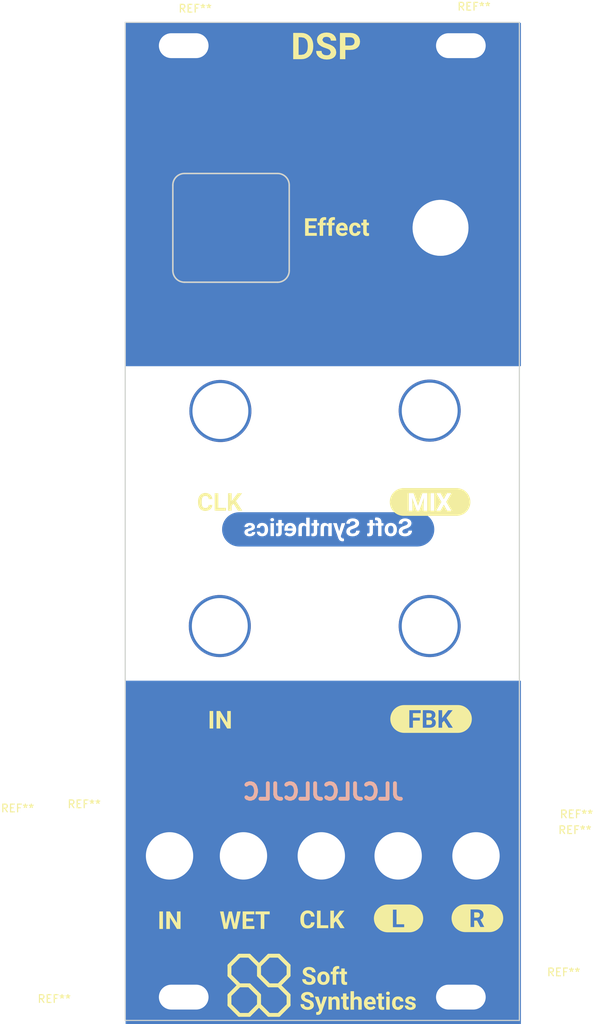
<source format=kicad_pcb>
(kicad_pcb (version 20211014) (generator pcbnew)
  (layers (0 "F.Cu" signal) (31 "B.Cu" signal) (34 "B.Paste" user) (35 "F.Paste" user) (36 "B.SilkS" user "B.Silkscreen") (37 "F.SilkS" user "F.Silkscreen") (38 "B.Mask" user) (39 "F.Mask" user) (44 "Edge.Cuts" user))
  (net 0 "")
  (footprint "Eurorack:Mounting Hole" (layer "F.Cu") (at 118.157 33.353)
    (fp_text reference "REF**" (at 1.477 -4.778) (layer "F.SilkS"))
    (fp_text value "Mounting Hole")
    (pad "1" thru_hole oval locked (at 0 0) (size 8.5 5) (drill oval 6.4 3.2) (layers *.Cu *.Mask))
  )
  (footprint "kibuzzard-643BB3B1" (layer "F.Cu") (at 150.0378 120.0404)
    (fp_text reference "kibuzzard-643BB3B1" hide)
    (fp_text value "G***" hide)
  )
  (footprint "kibuzzard-643BB339" (layer "F.Cu") (at 156.0068 145.6944)
    (fp_text reference "kibuzzard-643BB339" hide)
    (fp_text value "G***" hide)
  )
  (footprint "kibuzzard-644E698D" (layer "F.Cu") (at 136.5758 33.401)
    (fp_text reference "kibuzzard-644E698D" hide)
    (fp_text value "G***" hide)
  )
  (footprint "" (layer "F.Cu") (at 122.8852 80.390471)
    (fp_text reference "" (at 0 0) (layer "F.SilkS") (effects (font (size 1.27 1.27))))
    (fp_text value "" (at 0 0) (layer "F.SilkS") (effects (font (size 1.27 1.27))))
    (pad "1" thru_hole circle locked (at 0 0) (size 8 8) (drill 7.2) (layers *.Cu *.Mask "F.Adhes"))
  )
  (footprint "kibuzzard-644E69AD" (layer "F.Cu") (at 137.922 56.642)
    (fp_text reference "kibuzzard-644E69AD" hide)
    (fp_text value "G***" hide)
  )
  (footprint "Eurorack:audio Jack" (layer "F.Cu") (at 155.829 137.668)
    (fp_text reference "REF**" (at 12.7508 -3.3274) (layer "F.SilkS"))
    (fp_text value "audio Jack")
    (pad "1" thru_hole circle locked (at 0 0) (size 7 7) (drill 6.1) (layers *.Cu *.Mask))
  )
  (footprint "Eurorack:Knob" (layer "F.Cu") (at 149.86 108.077)
    (fp_text reference "REF**" (at 0 0.5) (layer "F.SilkS"))
    (fp_text value "Knob")
    (pad "1" thru_hole circle locked (at 0 0) (size 8 8) (drill 7.2) (layers *.Cu *.Mask "F.Adhes"))
  )
  (footprint "kibuzzard-643BAFC1" (layer "F.Cu") (at 126.0348 145.9484)
    (fp_text reference "kibuzzard-643BAFC1" hide)
    (fp_text value "G***" hide)
  )
  (footprint "Eurorack:audio Jack" (layer "F.Cu") (at 116.332 137.668)
    (fp_text reference "REF**" (at -10.9982 -6.6548) (layer "F.SilkS"))
    (fp_text value "audio Jack")
    (pad "1" thru_hole circle locked (at 0 0) (size 7 7) (drill 6.1) (layers *.Cu *.Mask))
  )
  (footprint "kibuzzard-644033EB" (layer "F.Cu") (at 136.3218 153.0604)
    (fp_text reference "kibuzzard-644033EB" hide)
    (fp_text value "G***" hide)
  )
  (footprint "Eurorack:Mounting Hole" (layer "F.Cu") (at 153.877 155.853)
    (fp_text reference "REF**" (at 13.255 -3.199) (layer "F.SilkS"))
    (fp_text value "Mounting Hole")
    (pad "1" thru_hole oval locked (at 0 0) (size 8.5 5) (drill oval 6.4 3.2) (layers *.Cu *.Mask))
  )
  (footprint "kibuzzard-643BAF55" (layer "F.Cu") (at 136.0424 145.8468)
    (fp_text reference "kibuzzard-643BAF55" hide)
    (fp_text value "G***" hide)
  )
  (footprint "kibuzzard-644033FD" (layer "F.Cu") (at 140.6398 156.6164)
    (fp_text reference "kibuzzard-644033FD" hide)
    (fp_text value "G***" hide)
  )
  (footprint "Eurorack:Mounting Hole" (layer "F.Cu") (at 153.877 33.353)
    (fp_text reference "REF**" (at 1.698 -5.032) (layer "F.SilkS"))
    (fp_text value "Mounting Hole")
    (pad "1" thru_hole oval locked (at 0 0) (size 8.5 5) (drill oval 6.4 3.2) (layers *.Cu *.Mask))
  )
  (footprint "Eurorack:Knob" (layer "F.Cu") (at 149.86 80.3402)
    (fp_text reference "REF**" (at 0 0.5) (layer "F.SilkS"))
    (fp_text value "Knob")
    (pad "1" thru_hole circle locked (at 0 0) (size 8 8) (drill 7.2) (layers *.Cu *.Mask "F.Adhes"))
  )
  (footprint "Eurorack:audio Jack" (layer "F.Cu") (at 135.89 137.668)
    (fp_text reference "REF**" (at -39.1414 -6.1214) (layer "F.SilkS"))
    (fp_text value "audio Jack")
    (pad "1" thru_hole circle locked (at 0 0) (size 7 7) (drill 6.1) (layers *.Cu *.Mask))
  )
  (footprint "kibuzzard-643BB32E" (layer "F.Cu") (at 145.8468 145.7198)
    (fp_text reference "kibuzzard-643BB32E" hide)
    (fp_text value "G***" hide)
  )
  (footprint "" (layer "F.Cu") (at 122.809 108.077)
    (fp_text reference "" (at 0 0) (layer "F.SilkS") (effects (font (size 1.27 1.27))))
    (fp_text value "" (at 0 0) (layer "F.SilkS") (effects (font (size 1.27 1.27))))
    (pad "1" thru_hole circle locked (at 0 0) (size 8 8) (drill 7.2) (layers *.Cu *.Mask "F.Adhes"))
  )
  (footprint "kibuzzard-643BAFCE" (layer "F.Cu") (at 122.8598 120.142)
    (fp_text reference "kibuzzard-643BAFCE" hide)
    (fp_text value "G***" hide)
  )
  (footprint "kibuzzard-643BB390" (layer "F.Cu") (at 149.9108 92.1004)
    (fp_text reference "kibuzzard-643BB390" hide)
    (fp_text value "G***" hide)
  )
  (footprint "Eurorack:Mounting Hole" (layer "F.Cu") (at 118.157 155.853)
    (fp_text reference "REF**" (at -16.684 0.23) (layer "F.SilkS"))
    (fp_text value "Mounting Hole")
    (pad "1" thru_hole oval locked (at 0 0) (size 8.5 5) (drill oval 6.4 3.2) (layers *.Cu *.Mask))
  )
  (footprint "kibuzzard-643BAF55" (layer "F.Cu") (at 122.8598 92.1004)
    (fp_text reference "kibuzzard-643BAF55" hide)
    (fp_text value "G***" hide)
  )
  (footprint "Eurorack:Knob" (layer "F.Cu") (at 151.2568 56.8082)
    (fp_text reference "REF**" (at 0 0.5) (layer "F.SilkS"))
    (fp_text value "Knob")
    (pad "1" thru_hole circle locked (at 0 0) (size 8 8) (drill 7.2) (layers *.Cu *.Mask "F.Adhes"))
  )
  (footprint "kibuzzard-643BAFCE" (layer "F.Cu") (at 116.3828 145.9484)
    (fp_text reference "kibuzzard-643BAFCE" hide)
    (fp_text value "G***" hide)
  )
  (footprint "Eurorack:audio Jack" (layer "F.Cu") (at 145.796 137.668)
    (fp_text reference "REF**" (at 22.987 -5.3594) (layer "F.SilkS"))
    (fp_text value "audio Jack")
    (pad "1" thru_hole circle locked (at 0 0) (size 7 7) (drill 6.1) (layers *.Cu *.Mask))
  )
  (footprint "" (layer "F.Cu") (at 125.857 137.668)
    (fp_text reference "" (at 0 0) (layer "F.SilkS") (effects (font (size 1.27 1.27))))
    (fp_text value "" (at 0 0) (layer "F.SilkS") (effects (font (size 1.27 1.27))))
    (pad "1" thru_hole circle locked (at 0 0) (size 7 7) (drill 6.1) (layers *.Cu *.Mask))
  )
  (footprint "kibuzzard-644E6FAF" (layer "B.Cu") (at 136.906 70.231 180)
    (fp_text reference "kibuzzard-644E6FAF" hide)
    (fp_text value "G***" hide)
  )
  (footprint "kibuzzard-644E6FAF" (layer "B.Cu") (at 136.779 95.631 180)
    (fp_text reference "kibuzzard-644E6FAF" hide)
    (fp_text value "G***" hide)
    (fp_poly (pts (xy -8.41344 -0.046509) (xy -8.390961 -0.257155) (xy -8.323523 -0.411603) (xy -8.214227 -0.506364) (xy -8.066174 -0.537952) (xy -7.921222 -0.506752) (xy -7.811926 -0.413153) (xy -7.743326 -0.250954) (xy -7.720459 -0.013953) (xy -7.743326 0.193787) (xy -7.811926 0.348816) (xy -7.921997 0.445322) (xy -8.069275 0.47749) (xy -8.215003 0.445515) (xy -8.323523 0.349591) (xy -8.390961 0.186617) (xy -8.41344 -0.046509)) (layer "B.Cu") (width 0) (fill solid))
    (fp_poly (pts (xy -10.808643 2.2071) (xy -11.470101 2.2071) (xy -11.686435 2.196473) (xy -11.900685 2.164692) (xy -12.110788 2.112063) (xy -12.314722 2.039095) (xy -12.510521 1.946489) (xy -12.6963 1.835137) (xy -12.870271 1.706112) (xy -13.030757 1.560656) (xy -13.176213 1.40017) (xy -13.305238 1.226199) (xy -13.41659 1.04042) (xy -13.509196 0.844621) (xy -13.582164 0.640687) (xy -13.634792 0.430584) (xy -13.666573 0.216334) (xy -13.677201 0) (xy -13.666573 -0.216334) (xy -13.634792 -0.430584) (xy -13.582164 -0.640687) (xy -13.509196 -0.844621) (xy -13.41659 -1.04042) (xy -13.305238 -1.226199) (xy -13.176213 -1.40017) (xy -13.030757 -1.560656) (xy -12.870271 -1.706112) (xy -12.6963 -1.835137) (xy -12.510521 -1.946489) (xy -12.314722 -2.039095) (xy -12.110788 -2.112063) (xy -11.900685 -2.164692) (xy -11.686435 -2.196473) (xy -11.470101 -2.2071) (xy -10.808643 -2.2071) (xy -9.89552 -2.2071) (xy -9.89552 -0.89917) (xy -10.144342 -0.875334) (xy -10.36991 -0.803827) (xy -10.558464 -0.690849) (xy -10.696246 -0.542603) (xy -10.780544 -0.363544) (xy -10.808643 -0.15813) (xy -10.342005 -0.15813) (xy -10.314099 -0.321589) (xy -10.230383 -0.438345) (xy -10.090857 -0.508399) (xy -9.89552 -0.53175) (xy -9.747855 -0.514891) (xy -9.636621 -0.464313) (xy -9.543604 -0.275952) (xy -9.636621 -0.073639) (xy -9.766846 -0.001163) (xy -9.971485 0.075189) (xy -10.188138 0.152898) (xy -10.354407 0.229443) (xy -10.568003 0.383956) (xy -10.69616 0.570508) (xy -10.73888 0.789099) (xy -10.713106 0.962151) (xy -10.635785 1.115436) (xy -10.510211 1.243141) (xy -10.339679 1.339453) (xy -10.134847 1.399915) (xy -9.906372 1.420068) (xy -9.677704 1.39817) (xy -9.475391 1.332477) (xy -9.307378 1.226863) (xy -9.18161 1.085205) (xy -9.103127 0.914673) (xy -9.076965 0.722437) (xy -9.542053 0.722437) (xy -9.56647 0.860219) (xy -9.639722 0.963507) (xy -9.757157 1.028038) (xy -9.914124 1.049548) (xy -10.065665 1.031526) (xy -10.179224 0.97746) (xy -10.273792 0.787549) (xy -10.162946 0.603064) (xy -10.025939 0.530975) (xy -9.836609 0.463538) (xy -9.595969 0.377582) (xy -9.403216 0.27888) (xy -9.25835 0.167432) (xy -9.122312 -0.031006) (xy -9.076965 -0.272852) (xy -9.101598 -0.45415) (xy -9.175495 -0.60737) (xy -9.298657 -0.732513) (xy -9.463505 -0.8251) (xy -9.662459 -0.880653) (xy -9.89552 -0.89917) (xy -9.89552 -2.2071) (xy -8.066174 -2.2071) (xy -8.066174 -0.89917) (xy -8.291742 -0.873332) (xy -8.484754 -0.795817) (xy -8.645209 -0.666626) (xy -8.765357 -0.492993) (xy -8.837445 -0.282153) (xy -8.861475 -0.034106) (xy -8.861475 -0.013953) (xy -8.837445 0.222079) (xy -8.765357 0.430981) (xy -8.648116 0.604227) (xy -8.488629 0.733289) (xy -8.293486 0.813516) (xy -8.069275 0.840259) (xy -7.856799 0.817177) (xy -7.672056 0.74793) (xy -7.515045 0.63252) (xy -7.393003 0.47749) (xy -7.313163 0.289388) (xy -7.275525 0.068213) (xy -7.272424 -0.046509) (xy -7.296368 -0.28689) (xy -7.368198 -0.493338) (xy -7.487915 -0.665851) (xy -7.64794 -0.795473) (xy -7.840693 -0.873246) (xy -8.066174 -0.89917) (xy -8.066174 -2.2071) (xy -6.873999 -2.2071) (xy -6.873999 -0.868164) (xy -6.873999 0.480591) (xy -7.123596 0.480591) (xy -7.123596 0.809253) (xy -6.873999 0.809253) (xy -6.873999 0.95188) (xy -6.833498 1.202446) (xy -6.711994 1.389838) (xy -6.517626 1.506691) (xy -6.258533 1.545642) (xy -6.03064 1.514636) (xy -6.035291 1.167371) (xy -6.171716 1.181323) (xy -6.36124 1.122025) (xy -6.424414 0.944128) (xy -6.424414 0.809253) (xy -6.091101 0.809253) (xy -6.091101 0.480591) (xy -6.424414 0.480591) (xy -6.424414 -0.868164) (xy -6.873999 -0.868164) (xy -6.873999 -2.2071) (xy -5.2896 -2.2071) (xy -5.2896 -0.89917) (xy -5.49637 -0.869424) (xy -5.645392 -0.780185) (xy -5.736665 -0.631454) (xy -5.770191 -0.42323) (xy -5.770191 0.480591) (xy -6.015137 0.480591) (xy -6.015137 0.809253) (xy -5.770191 0.809253) (xy -5.770191 1.221631) (xy -5.322156 1.221631) (xy -5.322156 0.809253) (xy -5.035352 0.809253) (xy -5.035352 0.480591) (xy -5.322156 0.480591) (xy -5.322156 -0.356567) (xy -5.286499 -0.489893) (xy -5.150073 -0.5302) (xy -5.018298 -0.519348) (xy -5.018298 -0.858862) (xy -5.152011 -0.889093) (xy -5.2896 -0.89917) (xy -5.2896 -2.2071) (xy -3.147095 -2.2071) (xy -3.147095 -0.89917) (xy -3.395917 -0.875334) (xy -3.621485 -0.803827) (xy -3.810039 -0.690849) (xy -3.947821 -0.542603) (xy -4.032118 -0.363544) (xy -4.060217 -0.15813) (xy -3.593579 -0.15813) (xy -3.565674 -0.321589) (xy -3.481958 -0.438345) (xy -3.342432 -0.508399) (xy -3.147095 -0.53175) (xy -2.999429 -0.514891) (xy -2.888196 -0.464313) (xy -2.795178 -0.275952) (xy -2.888196 -0.073639) (xy -3.018421 -0.001163) (xy -3.223059 0.075189) (xy -3.439713 0.152898) (xy -3.605982 0.229443) (xy -3.819577 0.383956) (xy -3.947735 0.570508) (xy -3.990454 0.789099) (xy -3.964681 0.962151) (xy -3.88736 1.115436) (xy -3.761786 1.243141) (xy -3.591254 1.339453) (xy -3.386421 1.399915) (xy -3.157947 1.420068) (xy -2.929279 1.39817) (xy -2.726965 1.332477) (xy -2.558952 1.226863) (xy -2.433185 1.085205) (xy -2.354701 0.914673) (xy -2.32854 0.722437) (xy -2.793628 0.722437) (xy -2.818045 0.860219) (xy -2.891297 0.963507) (xy -3.008731 1.028038) (xy -3.165698 1.049548) (xy -3.31724 1.031526) (xy -3.430798 0.97746) (xy -3.525366 0.787549) (xy -3.41452 0.603064) (xy -3.277513 0.530975) (xy -3.088184 0.463538) (xy -2.847544 0.377582) (xy -2.654791 0.27888) (xy -2.509924 0.167432) (xy -2.373886 -0.031006) (xy -2.32854 -0.272852) (xy -2.353173 -0.45415) (xy -2.42707 -0.60737) (xy -2.550232 -0.732513) (xy -2.71508 -0.8251) (xy -2.914034 -0.880653) (xy -3.147095 -0.89917) (xy -3.147095 -2.2071) (xy -1.833997 -2.2071) (xy -1.833997 -1.545642) (xy -2.032434 -1.516187) (xy -2.032434 -1.176672) (xy -1.964221 -1.178223) (xy -1.77431 -1.139465) (xy -1.675867 -1.010791) (xy -1.623157 -0.872815) (xy -2.210718 0.809253) (xy -1.728577 0.809253) (xy -1.416968 -0.234094) (xy -1.106909 0.809253) (xy -0.626318 0.809253) (xy -1.300696 -1.128613) (xy -1.337903 -1.21698) (xy -1.459859 -1.39957) (xy -1.625224 -1.509124) (xy -1.833997 -1.545642) (xy -1.833997 -2.2071) (xy 0.989087 -2.2071) (xy 0.989087 -0.868164) (xy 0.541052 -0.868164) (xy 0.541052 0.204639) (xy 0.47904 0.411603) (xy 0.272851 0.47594) (xy 0.107358 0.435632) (xy -0.010852 0.314709) (xy -0.010852 -0.868164) (xy -0.458887 -0.868164) (xy -0.458887 0.809253) (xy -0.037207 0.809253) (xy -0.023255 0.615466) (xy 0.110243 0.740351) (xy 0.270957 0.815282) (xy 0.458887 0.840259) (xy 0.691431 0.801114) (xy 0.855762 0.683679) (xy 0.954205 0.488342) (xy 0.989087 0.215491) (xy 0.989087 -0.868164) (xy 0.989087 -2.2071) (xy 1.897558 -2.2071) (xy 1.897558 -0.89917) (xy 1.690788 -0.869424) (xy 1.541766 -0.780185) (xy 1.450493 -0.631454) (xy 1.416968 -0.42323) (xy 1.416968 0.480591) (xy 1.172021 0.480591) (xy 1.172021 0.809253) (xy 1.416968 0.809253) (xy 1.416968 1.221631) (xy 1.865002 1.221631) (xy 1.865002 0.809253) (xy 2.151807 0.809253) (xy 2.151807 0.480591) (xy 1.865002 0.480591) (xy 1.865002 -0.356567) (xy 1.900659 -0.489893) (xy 2.037085 -0.5302) (xy 2.16886 -0.519348) (xy 2.16886 -0.858862) (xy 2.035147 -0.889093) (xy 1.897558 -0.89917) (xy 1.897558 -2.2071) (xy 3.840076 -2.2071) (xy 3.840076 -0.868164) (xy 3.392041 -0.868164) (xy 3.392041 0.193787) (xy 3.330029 0.406952) (xy 3.12384 0.47594) (xy 2.954083 0.437958) (xy 2.838586 0.324011) (xy 2.838586 -0.868164) (xy 2.390552 -0.868164) (xy 2.390552 1.513086) (xy 2.838586 1.513086) (xy 2.838586 0.626318) (xy 2.967605 0.745174) (xy 3.11695 0.816488) (xy 3.286621 0.840259) (xy 3.483384 0.814896) (xy 3.637111 0.738808) (xy 3.747802 0.611994) (xy 3.815457 0.434454) (xy 3.840076 0.206189) (xy 3.840076 -0.868164) (xy 3.840076 -2.2071) (xy 4.950085 -2.2071) (xy 4.950085 -0.89917) (xy 4.71935 -0.874021) (xy 4.519104 -0.798573) (xy 4.349347 -0.672827) (xy 4.220586 -0.505223) (xy 4.14333 -0.304202) (xy 4.117578 -0.069763) (xy 4.117578 -0.026355) (xy 4.141995 0.212971) (xy 4.215246 0.425555) (xy 4.333263 0.601901) (xy 4.491974 0.732513) (xy 4.683629 0.813322) (xy 4.900476 0.840259) (xy 5.113641 0.816143) (xy 5.29425 0.743796) (xy 5.442303 0.623218) (xy 5.552116 0.45837) (xy 5.618003 0.253215) (xy 5.639966 0.007751) (xy 5.639966 -0.175183) (xy 4.571814 -0.175183) (xy 4.615416 -0.323236) (xy 4.702814 -0.438733) (xy 4.826643 -0.513147) (xy 4.979541 -0.537952) (xy 5.210147 -0.491055) (xy 5.384167 -0.350366) (xy 5.604309 -0.596863) (xy 5.485712 -0.723793) (xy 5.331457 -0.81933) (xy 5.150073 -0.87921) (xy 4.950085 -0.89917) (xy 4.950085 -2.2071) (xy 6.463171 -2.2071) (xy 6.463171 -0.89917) (xy 6.256401 -0.869424) (xy 6.107379 -0.780185) (xy 6.016106 -0.631454) (xy 5.98258 -0.42323) (xy 5.98258 0.480591) (xy 5.737634 0.480591) (xy 5.737634 0.809253) (xy 5.98258 0.809253) (xy 5.98258 1.221631) (xy 6.430615 1.221631) (xy 6.430615 0.809253) (xy 6.717419 0.809253) (xy 6.717419 0.480591) (xy 6.430615 0.480591) (xy 6.430615 -0.356567) (xy 6.466272 -0.489893) (xy 6.602698 -0.5302) (xy 6.734473 -0.519348) (xy 6.734473 -0.858862) (xy 6.60076 -0.889093) (xy 6.463171 -0.89917) (xy 6.463171 -2.2071) (xy 7.215063 -2.2071) (xy 7.215063 1.010791) (xy 7.032904 1.075903) (xy 6.963916 1.243335) (xy 7.031354 1.409216) (xy 7.215063 1.474329) (xy 7.397998 1.409216) (xy 7.466211 1.243335) (xy 7.397223 1.075903) (xy 7.215063 1.010791) (xy 7.215063 -2.2071) (xy 7.439856 -2.2071) (xy 7.439856 -0.868164) (xy 6.990271 -0.868164) (xy 6.990271 0.809253) (xy 7.439856 0.809253) (xy 7.439856 -0.868164) (xy 7.439856 -2.2071) (xy 8.514209 -2.2071) (xy 8.514209 -0.89917) (xy 8.291311 -0.873762) (xy 8.102175 -0.79754) (xy 7.946802 -0.670502) (xy 7.831391 -0.498678) (xy 7.762145 -0.288096) (xy 7.739062 -0.038757) (xy 7.739062 -0.009302) (xy 7.761972 0.231683) (xy 7.830702 0.437872) (xy 7.945251 0.609265) (xy 8.099764 0.737595) (xy 8.288383 0.814593) (xy 8.511108 0.840259) (xy 8.707048 0.820363) (xy 8.875255 0.760677) (xy 9.015729 0.6612) (xy 9.121579 0.52865) (xy 9.185916 0.369745) (xy 9.20874 0.184485) (xy 8.788611 0.184485) (xy 8.707995 0.3961) (xy 8.503357 0.47749) (xy 8.365962 0.449004) (xy 8.266937 0.363544) (xy 8.207057 0.214134) (xy 8.187097 -0.006201) (xy 8.187097 -0.05271) (xy 8.206863 -0.275177) (xy 8.266162 -0.42478) (xy 8.365768 -0.509659) (xy 8.506457 -0.537952) (xy 8.707995 -0.469739) (xy 8.788611 -0.288354) (xy 9.20874 -0.288354) (xy 9.184711 -0.451717) (xy 9.115723 -0.600739) (xy 9.007396 -0.7267) (xy 8.86535 -0.82088) (xy 8.698112 -0.879597) (xy 8.514209 -0.89917) (xy 8.514209 -2.2071) (xy 10.103259 -2.2071) (xy 10.103259 -0.89917) (xy 9.90424 -0.880373) (xy 9.728863 -0.823981) (xy 9.582942 -0.734839) (xy 9.47229 -0.617792) (xy 9.402527 -0.48156) (xy 9.379272 -0.334863) (xy 9.804053 -0.334863) (xy 9.892419 -0.517798) (xy 10.112561 -0.58136) (xy 10.307123 -0.532526) (xy 10.37301 -0.404626) (xy 10.29162 -0.275177) (xy 10.185618 -0.230412) (xy 10.030395 -0.190686) (xy 9.76859 -0.111815) (xy 9.581586 -0.000775) (xy 9.469383 0.142433) (xy 9.431982 0.31781) (xy 9.478297 0.522643) (xy 9.617242 0.690656) (xy 9.75341 0.773768) (xy 9.914899 0.823636) (xy 10.101709 0.840259) (xy 10.300405 0.82355) (xy 10.470679 0.773424) (xy 10.61253 0.68988) (xy 10.756126 0.517023) (xy 10.803992 0.299207) (xy 10.355957 0.299207) (xy 10.293945 0.458112) (xy 10.100159 0.520898) (xy 9.924975 0.469739) (xy 9.862964 0.339514) (xy 9.933502 0.219366) (xy 10.171472 0.140302) (xy 10.325726 0.104839) (xy 10.453625 0.065112) (xy 10.650857 -0.042891) (xy 10.769196 -0.19327) (xy 10.808642 -0.386023) (xy 10.759421 -0.593568) (xy 10.611755 -0.757318) (xy 10.46775 -0.836125) (xy 10.298252 -0.883409) (xy 10.103259 -0.89917) (xy 10.103259 -2.2071) (xy 10.808642 -2.2071) (xy 11.470101 -2.2071) (xy 11.686434 -2.196473) (xy 11.900685 -2.164692) (xy 12.110788 -2.112063) (xy 12.314722 -2.039095) (xy 12.510521 -1.946489) (xy 12.6963 -1.835137) (xy 12.87027 -1.706112) (xy 13.030756 -1.560656) (xy 13.176212 -1.40017) (xy 13.305238 -1.226199) (xy 13.41659 -1.04042) (xy 13.509196 -0.844621) (xy 13.582164 -0.640687) (xy 13.634792 -0.430584) (xy 13.666573 -0.216334) (xy 13.677201 0) (xy 13.666573 0.216334) (xy 13.634792 0.430584) (xy 13.582164 0.640687) (xy 13.509196 0.844621) (xy 13.41659 1.04042) (xy 13.305238 1.226199) (xy 13.176212 1.40017) (xy 13.030756 1.560656) (xy 12.87027 1.706112) (xy 12.6963 1.835137) (xy 12.510521 1.946489) (xy 12.314722 2.039095) (xy 12.110788 2.112063) (xy 11.900685 2.164692) (xy 11.686434 2.196473) (xy 11.470101 2.2071) (xy 10.808642 2.2071) (xy -10.808643 2.2071)) (layer "B.Cu") (width 0) (fill solid))
    (fp_poly (pts (xy 4.898926 0.47749) (xy 4.68266 0.387573) (xy 4.614641 0.278278) (xy 4.576465 0.130225) (xy 5.199682 0.130225) (xy 5.199682 0.165881) (xy 5.119067 0.3961) (xy 4.898926 0.47749)) (layer "B.Cu") (width 0) (fill solid))
  )
  (footprint "kibuzzard-644E6FAF" (layer "B.Cu") (at 136.779 89.535 180)
    (fp_text reference "kibuzzard-644E6FAF" hide)
    (fp_text value "G***" hide)
  )
  (gr_circle (center 125.905449 137.6426) (end 129.3368 137.6426) (layer "F.Cu") (width 0.15) (fill solid))
  (gr_rect (start 161.544 159.258) (end 110.744 115.189) (layer "B.Cu") (width 0.15) (fill solid))
  (gr_rect (start 161.544 74.549) (end 110.744 30.48) (layer "B.Cu") (width 0.15) (fill solid))
  (gr_line (start 127.8636 153.0604) (end 129.1336 154.3304) (layer "F.SilkS") (width 0.5))
  (gr_line (start 126.5936 158.1404) (end 127.8636 156.8704) (layer "F.SilkS") (width 0.5))
  (gr_line (start 127.8636 156.8704) (end 127.8636 155.6004) (layer "F.SilkS") (width 0.5))
  (gr_line (start 129.1336 150.5204) (end 130.4036 150.5204) (layer "F.SilkS") (width 0.5))
  (gr_line (start 124.0536 153.0604) (end 125.3236 154.3304) (layer "F.SilkS") (width 0.5))
  (gr_line (start 130.4036 154.3304) (end 129.1336 154.3304) (layer "F.SilkS") (width 0.5))
  (gr_line (start 129.1336 154.3304) (end 127.8636 153.0604) (layer "F.SilkS") (width 0.5))
  (gr_line (start 125.3236 154.3304) (end 126.5936 154.3304) (layer "F.SilkS") (width 0.5))
  (gr_line (start 129.1336 158.1404) (end 130.4036 158.1404) (layer "F.SilkS") (width 0.5))
  (gr_line (start 124.0536 151.7904) (end 125.3236 150.5204) (layer "F.SilkS") (width 0.5))
  (gr_line (start 131.6736 156.8704) (end 130.4036 158.1404) (layer "F.SilkS") (width 0.5))
  (gr_line (start 130.4036 154.3304) (end 129.1336 154.3304) (layer "F.SilkS") (width 0.5))
  (gr_line (start 124.0536 153.0604) (end 124.0536 151.7904) (layer "F.SilkS") (width 0.5))
  (gr_line (start 126.5936 150.5204) (end 125.3236 150.5204) (layer "F.SilkS") (width 0.5))
  (gr_line (start 127.8636 151.7904) (end 127.8636 153.0604) (layer "F.SilkS") (width 0.5))
  (gr_line (start 127.8636 155.6004) (end 126.5936 154.3304) (layer "F.SilkS") (width 0.5))
  (gr_line (start 129.1336 150.5204) (end 127.8636 151.7904) (layer "F.SilkS") (width 0.5))
  (gr_line (start 126.5936 154.3304) (end 127.8636 155.6004) (layer "F.SilkS") (width 0.5))
  (gr_line (start 127.8636 156.8704) (end 129.1336 158.1404) (layer "F.SilkS") (width 0.5))
  (gr_line (start 127.8636 156.8704) (end 127.8636 155.6004) (layer "F.SilkS") (width 0.5))
  (gr_line (start 131.6736 155.6004) (end 130.4036 154.3304) (layer "F.SilkS") (width 0.5))
  (gr_line (start 131.6736 155.6004) (end 131.6736 156.8704) (layer "F.SilkS") (width 0.5))
  (gr_line (start 131.6736 153.0604) (end 131.6736 151.7904) (layer "F.SilkS") (width 0.5))
  (gr_line (start 124.0536 155.6004) (end 124.0536 156.8704) (layer "F.SilkS") (width 0.5))
  (gr_line (start 125.3236 154.3304) (end 126.5936 154.3304) (layer "F.SilkS") (width 0.5))
  (gr_line (start 127.8636 151.7904) (end 127.8636 153.0604) (layer "F.SilkS") (width 0.5))
  (gr_line (start 130.4036 154.3304) (end 131.6736 153.0604) (layer "F.SilkS") (width 0.5))
  (gr_line (start 127.8636 151.7904) (end 126.5936 150.5204) (layer "F.SilkS") (width 0.5))
  (gr_line (start 130.4036 150.5204) (end 131.6736 151.7904) (layer "F.SilkS") (width 0.5))
  (gr_line (start 125.3236 158.1404) (end 124.0536 156.8704) (layer "F.SilkS") (width 0.5))
  (gr_line (start 125.3236 154.3304) (end 124.0536 155.6004) (layer "F.SilkS") (width 0.5))
  (gr_line (start 126.5936 158.1404) (end 125.3236 158.1404) (layer "F.SilkS") (width 0.5))
  (gr_arc (start 116.7568 51.3082) (mid 117.19614 50.24754) (end 118.2568 49.8082) (layer "Edge.Cuts") (width 0.2))
  (gr_arc (start 118.2568 63.8082) (mid 117.19614 63.36886) (end 116.7568 62.3082) (layer "Edge.Cuts") (width 0.2))
  (gr_line (start 110.617 158.853) (end 110.617 30.353) (layer "Edge.Cuts") (width 0.15))
  (gr_line (start 131.7568 62.3082) (end 131.7568 51.3082) (layer "Edge.Cuts") (width 0.2))
  (gr_line (start 116.7568 51.3082) (end 116.7568 62.3082) (layer "Edge.Cuts") (width 0.2))
  (gr_arc (start 131.7568 62.3082) (mid 131.31746 63.36886) (end 130.2568 63.8082) (layer "Edge.Cuts") (width 0.2))
  (gr_line (start 110.617 158.853) (end 161.417 158.853) (layer "Edge.Cuts") (width 0.15))
  (gr_line (start 110.617 30.353) (end 161.417 30.353) (layer "Edge.Cuts") (width 0.15))
  (gr_arc (start 130.2568 49.8082) (mid 131.31746 50.24754) (end 131.7568 51.3082) (layer "Edge.Cuts") (width 0.2))
  (gr_line (start 118.2568 63.8082) (end 130.2568 63.8082) (layer "Edge.Cuts") (width 0.2))
  (gr_line (start 130.2568 49.8082) (end 118.2568 49.8082) (layer "Edge.Cuts") (width 0.2))
  (gr_line (start 161.417 158.853) (end 161.417 30.353) (layer "Edge.Cuts") (width 0.15))
  (gr_circle (center 151.2568 56.8082) (end 154.7568 56.8082) (layer "Edge.Cuts") (width 0.2) (fill none))
  (gr_text "JLCJLCJLCJLC" (at 136.144 129.413) (layer "B.SilkS") (effects (font (size 2 2) (thickness 0.5)) (justify mirror)))
)
</source>
